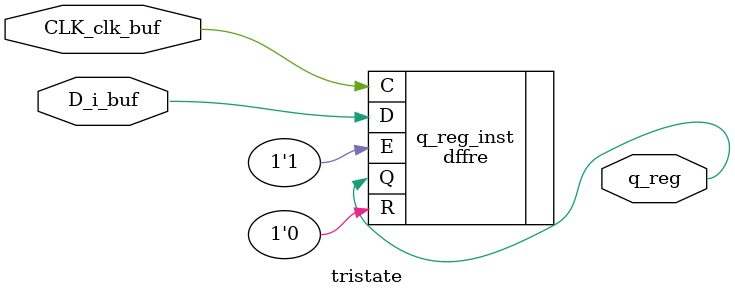
<source format=v>

`timescale 1ns/1ps
module tristate (
    input D_i_buf, 
    output q_reg, 
    input CLK_clk_buf) ;
    (* src="tristate_rtl.v:5" *) wire D_i_buf ; 
    (* src="tristate_rtl.v:6" *) wire CLK_i_buf ; 
    (* src="tristate_rtl.v:6" *) wire CLK_clk_buf ; 
    (* src="tristate_rtl.v:7" *) wire OE_i_buf ; 
    (* src="tristate_rtl.v:11" *) wire q_reg ; 
    (* src="tristate_rtl.v:14" *) dffre q_reg_inst (.D(D_i_buf), .R(1'b0), .E(1'b1), .C(CLK_clk_buf), .Q(q_reg)) ; 
endmodule



</source>
